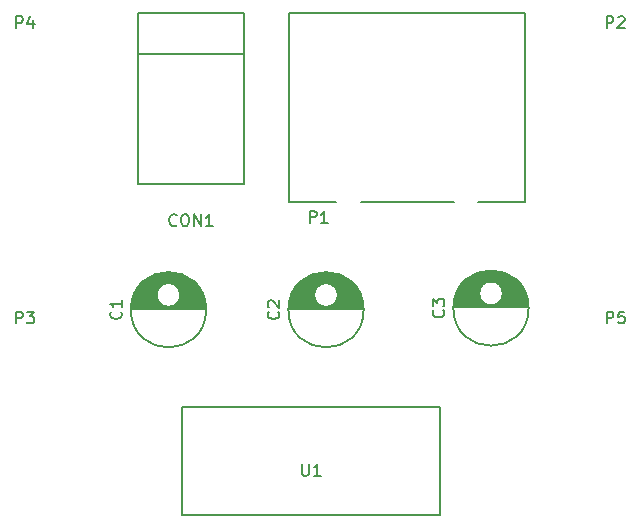
<source format=gto>
G04 #@! TF.FileFunction,Legend,Top*
%FSLAX46Y46*%
G04 Gerber Fmt 4.6, Leading zero omitted, Abs format (unit mm)*
G04 Created by KiCad (PCBNEW 4.0.2-stable) date Wednesday, June 01, 2016 'PMt' 05:28:17 PM*
%MOMM*%
G01*
G04 APERTURE LIST*
%ADD10C,0.100000*%
%ADD11C,0.150000*%
G04 APERTURE END LIST*
D10*
D11*
X143565880Y-69659500D02*
X134564120Y-69659500D01*
X143565880Y-66159380D02*
X134564120Y-66159380D01*
X134564120Y-66159380D02*
X134564120Y-80660240D01*
X134564120Y-80660240D02*
X143565880Y-80660240D01*
X143565880Y-80660240D02*
X143565880Y-66159380D01*
X151320000Y-82129000D02*
X147360000Y-82129000D01*
X161304000Y-82129000D02*
X153430000Y-82129000D01*
X147360000Y-82129000D02*
X147360000Y-66202000D01*
X167360000Y-66202000D02*
X147360000Y-66202000D01*
X167360000Y-82129000D02*
X167360000Y-66202000D01*
X167360000Y-82129000D02*
X163399500Y-82129000D01*
X138303000Y-108712000D02*
X138303000Y-99568000D01*
X138303000Y-108712000D02*
X160147000Y-108712000D01*
X160147000Y-99568000D02*
X138303000Y-99568000D01*
X160147000Y-108712000D02*
X160147000Y-99568000D01*
X134011000Y-91215000D02*
X140309000Y-91215000D01*
X134017000Y-91075000D02*
X140303000Y-91075000D01*
X134030000Y-90935000D02*
X136714000Y-90935000D01*
X137606000Y-90935000D02*
X140290000Y-90935000D01*
X134049000Y-90795000D02*
X136504000Y-90795000D01*
X137816000Y-90795000D02*
X140271000Y-90795000D01*
X134075000Y-90655000D02*
X136371000Y-90655000D01*
X137949000Y-90655000D02*
X140245000Y-90655000D01*
X134107000Y-90515000D02*
X136280000Y-90515000D01*
X138040000Y-90515000D02*
X140213000Y-90515000D01*
X134146000Y-90375000D02*
X136218000Y-90375000D01*
X138102000Y-90375000D02*
X140174000Y-90375000D01*
X134192000Y-90235000D02*
X136179000Y-90235000D01*
X138141000Y-90235000D02*
X140128000Y-90235000D01*
X134245000Y-90095000D02*
X136162000Y-90095000D01*
X138158000Y-90095000D02*
X140075000Y-90095000D01*
X134307000Y-89955000D02*
X136164000Y-89955000D01*
X138156000Y-89955000D02*
X140013000Y-89955000D01*
X134377000Y-89815000D02*
X136186000Y-89815000D01*
X138134000Y-89815000D02*
X139943000Y-89815000D01*
X134456000Y-89675000D02*
X136229000Y-89675000D01*
X138091000Y-89675000D02*
X139864000Y-89675000D01*
X134544000Y-89535000D02*
X136297000Y-89535000D01*
X138023000Y-89535000D02*
X139776000Y-89535000D01*
X134644000Y-89395000D02*
X136396000Y-89395000D01*
X137924000Y-89395000D02*
X139676000Y-89395000D01*
X134756000Y-89255000D02*
X136541000Y-89255000D01*
X137779000Y-89255000D02*
X139564000Y-89255000D01*
X134881000Y-89115000D02*
X136780000Y-89115000D01*
X137540000Y-89115000D02*
X139439000Y-89115000D01*
X135024000Y-88975000D02*
X139296000Y-88975000D01*
X135186000Y-88835000D02*
X139134000Y-88835000D01*
X135374000Y-88695000D02*
X138946000Y-88695000D01*
X135597000Y-88555000D02*
X138723000Y-88555000D01*
X135873000Y-88415000D02*
X138447000Y-88415000D01*
X136248000Y-88275000D02*
X138072000Y-88275000D01*
X138160000Y-90040000D02*
G75*
G03X138160000Y-90040000I-1000000J0D01*
G01*
X140347500Y-91290000D02*
G75*
G03X140347500Y-91290000I-3187500J0D01*
G01*
X147346000Y-91215000D02*
X153644000Y-91215000D01*
X147352000Y-91075000D02*
X153638000Y-91075000D01*
X147365000Y-90935000D02*
X150049000Y-90935000D01*
X150941000Y-90935000D02*
X153625000Y-90935000D01*
X147384000Y-90795000D02*
X149839000Y-90795000D01*
X151151000Y-90795000D02*
X153606000Y-90795000D01*
X147410000Y-90655000D02*
X149706000Y-90655000D01*
X151284000Y-90655000D02*
X153580000Y-90655000D01*
X147442000Y-90515000D02*
X149615000Y-90515000D01*
X151375000Y-90515000D02*
X153548000Y-90515000D01*
X147481000Y-90375000D02*
X149553000Y-90375000D01*
X151437000Y-90375000D02*
X153509000Y-90375000D01*
X147527000Y-90235000D02*
X149514000Y-90235000D01*
X151476000Y-90235000D02*
X153463000Y-90235000D01*
X147580000Y-90095000D02*
X149497000Y-90095000D01*
X151493000Y-90095000D02*
X153410000Y-90095000D01*
X147642000Y-89955000D02*
X149499000Y-89955000D01*
X151491000Y-89955000D02*
X153348000Y-89955000D01*
X147712000Y-89815000D02*
X149521000Y-89815000D01*
X151469000Y-89815000D02*
X153278000Y-89815000D01*
X147791000Y-89675000D02*
X149564000Y-89675000D01*
X151426000Y-89675000D02*
X153199000Y-89675000D01*
X147879000Y-89535000D02*
X149632000Y-89535000D01*
X151358000Y-89535000D02*
X153111000Y-89535000D01*
X147979000Y-89395000D02*
X149731000Y-89395000D01*
X151259000Y-89395000D02*
X153011000Y-89395000D01*
X148091000Y-89255000D02*
X149876000Y-89255000D01*
X151114000Y-89255000D02*
X152899000Y-89255000D01*
X148216000Y-89115000D02*
X150115000Y-89115000D01*
X150875000Y-89115000D02*
X152774000Y-89115000D01*
X148359000Y-88975000D02*
X152631000Y-88975000D01*
X148521000Y-88835000D02*
X152469000Y-88835000D01*
X148709000Y-88695000D02*
X152281000Y-88695000D01*
X148932000Y-88555000D02*
X152058000Y-88555000D01*
X149208000Y-88415000D02*
X151782000Y-88415000D01*
X149583000Y-88275000D02*
X151407000Y-88275000D01*
X151495000Y-90040000D02*
G75*
G03X151495000Y-90040000I-1000000J0D01*
G01*
X153682500Y-91290000D02*
G75*
G03X153682500Y-91290000I-3187500J0D01*
G01*
X161316000Y-91075000D02*
X167614000Y-91075000D01*
X161322000Y-90935000D02*
X167608000Y-90935000D01*
X161335000Y-90795000D02*
X164019000Y-90795000D01*
X164911000Y-90795000D02*
X167595000Y-90795000D01*
X161354000Y-90655000D02*
X163809000Y-90655000D01*
X165121000Y-90655000D02*
X167576000Y-90655000D01*
X161380000Y-90515000D02*
X163676000Y-90515000D01*
X165254000Y-90515000D02*
X167550000Y-90515000D01*
X161412000Y-90375000D02*
X163585000Y-90375000D01*
X165345000Y-90375000D02*
X167518000Y-90375000D01*
X161451000Y-90235000D02*
X163523000Y-90235000D01*
X165407000Y-90235000D02*
X167479000Y-90235000D01*
X161497000Y-90095000D02*
X163484000Y-90095000D01*
X165446000Y-90095000D02*
X167433000Y-90095000D01*
X161550000Y-89955000D02*
X163467000Y-89955000D01*
X165463000Y-89955000D02*
X167380000Y-89955000D01*
X161612000Y-89815000D02*
X163469000Y-89815000D01*
X165461000Y-89815000D02*
X167318000Y-89815000D01*
X161682000Y-89675000D02*
X163491000Y-89675000D01*
X165439000Y-89675000D02*
X167248000Y-89675000D01*
X161761000Y-89535000D02*
X163534000Y-89535000D01*
X165396000Y-89535000D02*
X167169000Y-89535000D01*
X161849000Y-89395000D02*
X163602000Y-89395000D01*
X165328000Y-89395000D02*
X167081000Y-89395000D01*
X161949000Y-89255000D02*
X163701000Y-89255000D01*
X165229000Y-89255000D02*
X166981000Y-89255000D01*
X162061000Y-89115000D02*
X163846000Y-89115000D01*
X165084000Y-89115000D02*
X166869000Y-89115000D01*
X162186000Y-88975000D02*
X164085000Y-88975000D01*
X164845000Y-88975000D02*
X166744000Y-88975000D01*
X162329000Y-88835000D02*
X166601000Y-88835000D01*
X162491000Y-88695000D02*
X166439000Y-88695000D01*
X162679000Y-88555000D02*
X166251000Y-88555000D01*
X162902000Y-88415000D02*
X166028000Y-88415000D01*
X163178000Y-88275000D02*
X165752000Y-88275000D01*
X163553000Y-88135000D02*
X165377000Y-88135000D01*
X165465000Y-89900000D02*
G75*
G03X165465000Y-89900000I-1000000J0D01*
G01*
X167652500Y-91150000D02*
G75*
G03X167652500Y-91150000I-3187500J0D01*
G01*
X137850715Y-84116183D02*
X137803096Y-84163802D01*
X137660239Y-84211421D01*
X137565001Y-84211421D01*
X137422143Y-84163802D01*
X137326905Y-84068564D01*
X137279286Y-83973326D01*
X137231667Y-83782850D01*
X137231667Y-83639992D01*
X137279286Y-83449516D01*
X137326905Y-83354278D01*
X137422143Y-83259040D01*
X137565001Y-83211421D01*
X137660239Y-83211421D01*
X137803096Y-83259040D01*
X137850715Y-83306659D01*
X138469762Y-83211421D02*
X138660239Y-83211421D01*
X138755477Y-83259040D01*
X138850715Y-83354278D01*
X138898334Y-83544754D01*
X138898334Y-83878088D01*
X138850715Y-84068564D01*
X138755477Y-84163802D01*
X138660239Y-84211421D01*
X138469762Y-84211421D01*
X138374524Y-84163802D01*
X138279286Y-84068564D01*
X138231667Y-83878088D01*
X138231667Y-83544754D01*
X138279286Y-83354278D01*
X138374524Y-83259040D01*
X138469762Y-83211421D01*
X139326905Y-84211421D02*
X139326905Y-83211421D01*
X139898334Y-84211421D01*
X139898334Y-83211421D01*
X140898334Y-84211421D02*
X140326905Y-84211421D01*
X140612619Y-84211421D02*
X140612619Y-83211421D01*
X140517381Y-83354278D01*
X140422143Y-83449516D01*
X140326905Y-83497135D01*
X149121905Y-83942381D02*
X149121905Y-82942381D01*
X149502858Y-82942381D01*
X149598096Y-82990000D01*
X149645715Y-83037619D01*
X149693334Y-83132857D01*
X149693334Y-83275714D01*
X149645715Y-83370952D01*
X149598096Y-83418571D01*
X149502858Y-83466190D01*
X149121905Y-83466190D01*
X150645715Y-83942381D02*
X150074286Y-83942381D01*
X150360000Y-83942381D02*
X150360000Y-82942381D01*
X150264762Y-83085238D01*
X150169524Y-83180476D01*
X150074286Y-83228095D01*
X148463095Y-104354381D02*
X148463095Y-105163905D01*
X148510714Y-105259143D01*
X148558333Y-105306762D01*
X148653571Y-105354381D01*
X148844048Y-105354381D01*
X148939286Y-105306762D01*
X148986905Y-105259143D01*
X149034524Y-105163905D01*
X149034524Y-104354381D01*
X150034524Y-105354381D02*
X149463095Y-105354381D01*
X149748809Y-105354381D02*
X149748809Y-104354381D01*
X149653571Y-104497238D01*
X149558333Y-104592476D01*
X149463095Y-104640095D01*
X174261905Y-67451381D02*
X174261905Y-66451381D01*
X174642858Y-66451381D01*
X174738096Y-66499000D01*
X174785715Y-66546619D01*
X174833334Y-66641857D01*
X174833334Y-66784714D01*
X174785715Y-66879952D01*
X174738096Y-66927571D01*
X174642858Y-66975190D01*
X174261905Y-66975190D01*
X175214286Y-66546619D02*
X175261905Y-66499000D01*
X175357143Y-66451381D01*
X175595239Y-66451381D01*
X175690477Y-66499000D01*
X175738096Y-66546619D01*
X175785715Y-66641857D01*
X175785715Y-66737095D01*
X175738096Y-66879952D01*
X175166667Y-67451381D01*
X175785715Y-67451381D01*
X124261905Y-92451381D02*
X124261905Y-91451381D01*
X124642858Y-91451381D01*
X124738096Y-91499000D01*
X124785715Y-91546619D01*
X124833334Y-91641857D01*
X124833334Y-91784714D01*
X124785715Y-91879952D01*
X124738096Y-91927571D01*
X124642858Y-91975190D01*
X124261905Y-91975190D01*
X125166667Y-91451381D02*
X125785715Y-91451381D01*
X125452381Y-91832333D01*
X125595239Y-91832333D01*
X125690477Y-91879952D01*
X125738096Y-91927571D01*
X125785715Y-92022810D01*
X125785715Y-92260905D01*
X125738096Y-92356143D01*
X125690477Y-92403762D01*
X125595239Y-92451381D01*
X125309524Y-92451381D01*
X125214286Y-92403762D01*
X125166667Y-92356143D01*
X124261905Y-67451381D02*
X124261905Y-66451381D01*
X124642858Y-66451381D01*
X124738096Y-66499000D01*
X124785715Y-66546619D01*
X124833334Y-66641857D01*
X124833334Y-66784714D01*
X124785715Y-66879952D01*
X124738096Y-66927571D01*
X124642858Y-66975190D01*
X124261905Y-66975190D01*
X125690477Y-66784714D02*
X125690477Y-67451381D01*
X125452381Y-66403762D02*
X125214286Y-67118048D01*
X125833334Y-67118048D01*
X174261905Y-92451381D02*
X174261905Y-91451381D01*
X174642858Y-91451381D01*
X174738096Y-91499000D01*
X174785715Y-91546619D01*
X174833334Y-91641857D01*
X174833334Y-91784714D01*
X174785715Y-91879952D01*
X174738096Y-91927571D01*
X174642858Y-91975190D01*
X174261905Y-91975190D01*
X175738096Y-91451381D02*
X175261905Y-91451381D01*
X175214286Y-91927571D01*
X175261905Y-91879952D01*
X175357143Y-91832333D01*
X175595239Y-91832333D01*
X175690477Y-91879952D01*
X175738096Y-91927571D01*
X175785715Y-92022810D01*
X175785715Y-92260905D01*
X175738096Y-92356143D01*
X175690477Y-92403762D01*
X175595239Y-92451381D01*
X175357143Y-92451381D01*
X175261905Y-92403762D01*
X175214286Y-92356143D01*
X133117143Y-91456666D02*
X133164762Y-91504285D01*
X133212381Y-91647142D01*
X133212381Y-91742380D01*
X133164762Y-91885238D01*
X133069524Y-91980476D01*
X132974286Y-92028095D01*
X132783810Y-92075714D01*
X132640952Y-92075714D01*
X132450476Y-92028095D01*
X132355238Y-91980476D01*
X132260000Y-91885238D01*
X132212381Y-91742380D01*
X132212381Y-91647142D01*
X132260000Y-91504285D01*
X132307619Y-91456666D01*
X133212381Y-90504285D02*
X133212381Y-91075714D01*
X133212381Y-90790000D02*
X132212381Y-90790000D01*
X132355238Y-90885238D01*
X132450476Y-90980476D01*
X132498095Y-91075714D01*
X146452143Y-91456666D02*
X146499762Y-91504285D01*
X146547381Y-91647142D01*
X146547381Y-91742380D01*
X146499762Y-91885238D01*
X146404524Y-91980476D01*
X146309286Y-92028095D01*
X146118810Y-92075714D01*
X145975952Y-92075714D01*
X145785476Y-92028095D01*
X145690238Y-91980476D01*
X145595000Y-91885238D01*
X145547381Y-91742380D01*
X145547381Y-91647142D01*
X145595000Y-91504285D01*
X145642619Y-91456666D01*
X145642619Y-91075714D02*
X145595000Y-91028095D01*
X145547381Y-90932857D01*
X145547381Y-90694761D01*
X145595000Y-90599523D01*
X145642619Y-90551904D01*
X145737857Y-90504285D01*
X145833095Y-90504285D01*
X145975952Y-90551904D01*
X146547381Y-91123333D01*
X146547381Y-90504285D01*
X160422143Y-91316666D02*
X160469762Y-91364285D01*
X160517381Y-91507142D01*
X160517381Y-91602380D01*
X160469762Y-91745238D01*
X160374524Y-91840476D01*
X160279286Y-91888095D01*
X160088810Y-91935714D01*
X159945952Y-91935714D01*
X159755476Y-91888095D01*
X159660238Y-91840476D01*
X159565000Y-91745238D01*
X159517381Y-91602380D01*
X159517381Y-91507142D01*
X159565000Y-91364285D01*
X159612619Y-91316666D01*
X159517381Y-90983333D02*
X159517381Y-90364285D01*
X159898333Y-90697619D01*
X159898333Y-90554761D01*
X159945952Y-90459523D01*
X159993571Y-90411904D01*
X160088810Y-90364285D01*
X160326905Y-90364285D01*
X160422143Y-90411904D01*
X160469762Y-90459523D01*
X160517381Y-90554761D01*
X160517381Y-90840476D01*
X160469762Y-90935714D01*
X160422143Y-90983333D01*
M02*

</source>
